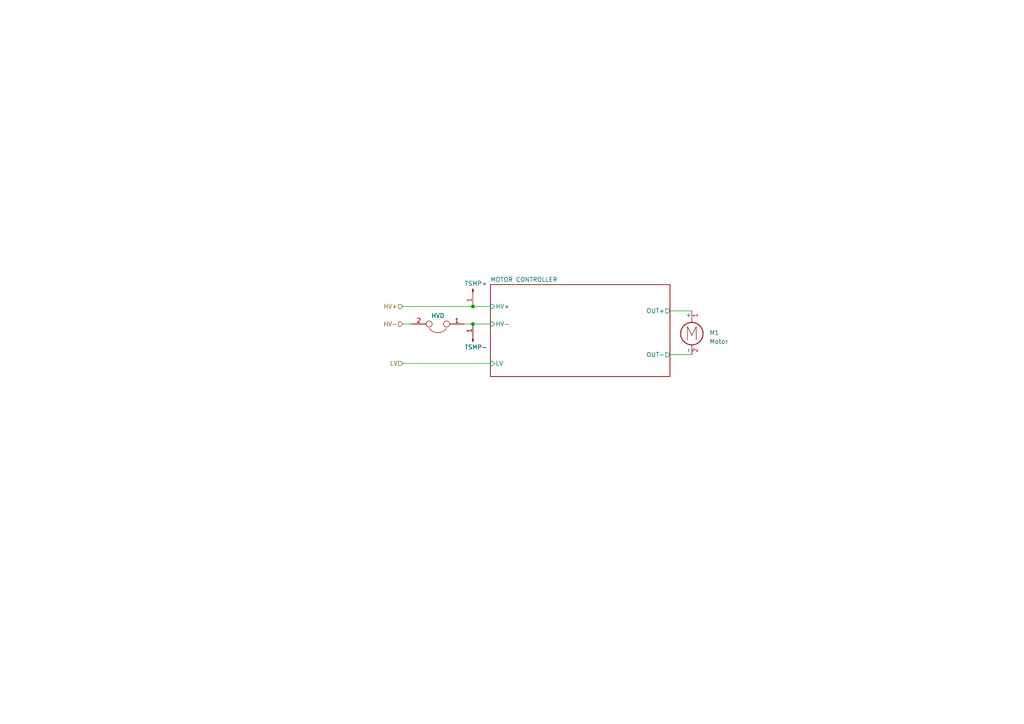
<source format=kicad_sch>
(kicad_sch (version 20211123) (generator eeschema)

  (uuid 78d1781c-7210-4fe2-9e9c-300dba97fae7)

  (paper "A4")

  (lib_symbols
    (symbol "Connector:Conn_01x01_Male" (pin_names (offset 1.016) hide) (in_bom yes) (on_board yes)
      (property "Reference" "J" (id 0) (at 0 2.54 0)
        (effects (font (size 1.27 1.27)))
      )
      (property "Value" "Conn_01x01_Male" (id 1) (at 0 -2.54 0)
        (effects (font (size 1.27 1.27)))
      )
      (property "Footprint" "" (id 2) (at 0 0 0)
        (effects (font (size 1.27 1.27)) hide)
      )
      (property "Datasheet" "~" (id 3) (at 0 0 0)
        (effects (font (size 1.27 1.27)) hide)
      )
      (property "ki_keywords" "connector" (id 4) (at 0 0 0)
        (effects (font (size 1.27 1.27)) hide)
      )
      (property "ki_description" "Generic connector, single row, 01x01, script generated (kicad-library-utils/schlib/autogen/connector/)" (id 5) (at 0 0 0)
        (effects (font (size 1.27 1.27)) hide)
      )
      (property "ki_fp_filters" "Connector*:*" (id 6) (at 0 0 0)
        (effects (font (size 1.27 1.27)) hide)
      )
      (symbol "Conn_01x01_Male_1_1"
        (polyline
          (pts
            (xy 1.27 0)
            (xy 0.8636 0)
          )
          (stroke (width 0.1524) (type default) (color 0 0 0 0))
          (fill (type none))
        )
        (rectangle (start 0.8636 0.127) (end 0 -0.127)
          (stroke (width 0.1524) (type default) (color 0 0 0 0))
          (fill (type outline))
        )
        (pin passive line (at 5.08 0 180) (length 3.81)
          (name "Pin_1" (effects (font (size 1.27 1.27))))
          (number "1" (effects (font (size 1.27 1.27))))
        )
      )
    )
    (symbol "Device:Jumper" (pin_names (offset 0.762) hide) (in_bom yes) (on_board yes)
      (property "Reference" "JP" (id 0) (at 0 3.81 0)
        (effects (font (size 1.27 1.27)))
      )
      (property "Value" "Device_Jumper" (id 1) (at 0 -2.032 0)
        (effects (font (size 1.27 1.27)))
      )
      (property "Footprint" "" (id 2) (at 0 0 0)
        (effects (font (size 1.27 1.27)) hide)
      )
      (property "Datasheet" "" (id 3) (at 0 0 0)
        (effects (font (size 1.27 1.27)) hide)
      )
      (property "ki_fp_filters" "SolderJumper* Jumper* TestPoint*2Pads* TestPoint*Bridge*" (id 4) (at 0 0 0)
        (effects (font (size 1.27 1.27)) hide)
      )
      (symbol "Jumper_0_1"
        (circle (center -2.54 0) (radius 0.889)
          (stroke (width 0) (type default) (color 0 0 0 0))
          (fill (type none))
        )
        (arc (start 2.5146 1.27) (mid 0.0127 2.5097) (end -2.4892 1.27)
          (stroke (width 0) (type default) (color 0 0 0 0))
          (fill (type none))
        )
        (circle (center 2.54 0) (radius 0.889)
          (stroke (width 0) (type default) (color 0 0 0 0))
          (fill (type none))
        )
        (pin passive line (at -7.62 0 0) (length 4.191)
          (name "1" (effects (font (size 1.27 1.27))))
          (number "1" (effects (font (size 1.27 1.27))))
        )
        (pin passive line (at 7.62 0 180) (length 4.191)
          (name "2" (effects (font (size 1.27 1.27))))
          (number "2" (effects (font (size 1.27 1.27))))
        )
      )
    )
    (symbol "Motor:Motor_DC" (pin_names (offset 0)) (in_bom yes) (on_board yes)
      (property "Reference" "M" (id 0) (at 2.54 2.54 0)
        (effects (font (size 1.27 1.27)) (justify left))
      )
      (property "Value" "Motor_DC" (id 1) (at 2.54 -5.08 0)
        (effects (font (size 1.27 1.27)) (justify left top))
      )
      (property "Footprint" "" (id 2) (at 0 -2.286 0)
        (effects (font (size 1.27 1.27)) hide)
      )
      (property "Datasheet" "~" (id 3) (at 0 -2.286 0)
        (effects (font (size 1.27 1.27)) hide)
      )
      (property "ki_keywords" "DC Motor" (id 4) (at 0 0 0)
        (effects (font (size 1.27 1.27)) hide)
      )
      (property "ki_description" "DC Motor" (id 5) (at 0 0 0)
        (effects (font (size 1.27 1.27)) hide)
      )
      (property "ki_fp_filters" "PinHeader*P2.54mm* TerminalBlock*" (id 6) (at 0 0 0)
        (effects (font (size 1.27 1.27)) hide)
      )
      (symbol "Motor_DC_0_0"
        (polyline
          (pts
            (xy -1.27 -3.302)
            (xy -1.27 0.508)
            (xy 0 -2.032)
            (xy 1.27 0.508)
            (xy 1.27 -3.302)
          )
          (stroke (width 0) (type default) (color 0 0 0 0))
          (fill (type none))
        )
      )
      (symbol "Motor_DC_0_1"
        (circle (center 0 -1.524) (radius 3.2512)
          (stroke (width 0.254) (type default) (color 0 0 0 0))
          (fill (type none))
        )
        (polyline
          (pts
            (xy 0 -7.62)
            (xy 0 -7.112)
          )
          (stroke (width 0) (type default) (color 0 0 0 0))
          (fill (type none))
        )
        (polyline
          (pts
            (xy 0 -4.7752)
            (xy 0 -5.1816)
          )
          (stroke (width 0) (type default) (color 0 0 0 0))
          (fill (type none))
        )
        (polyline
          (pts
            (xy 0 1.7272)
            (xy 0 2.0828)
          )
          (stroke (width 0) (type default) (color 0 0 0 0))
          (fill (type none))
        )
        (polyline
          (pts
            (xy 0 2.032)
            (xy 0 2.54)
          )
          (stroke (width 0) (type default) (color 0 0 0 0))
          (fill (type none))
        )
      )
      (symbol "Motor_DC_1_1"
        (pin passive line (at 0 5.08 270) (length 2.54)
          (name "+" (effects (font (size 1.27 1.27))))
          (number "1" (effects (font (size 1.27 1.27))))
        )
        (pin passive line (at 0 -7.62 90) (length 2.54)
          (name "-" (effects (font (size 1.27 1.27))))
          (number "2" (effects (font (size 1.27 1.27))))
        )
      )
    )
  )

  (junction (at 137.16 88.9) (diameter 0) (color 0 0 0 0)
    (uuid 4d93f133-5c74-45a1-9542-39f5cf675cbf)
  )
  (junction (at 137.16 93.98) (diameter 0) (color 0 0 0 0)
    (uuid a721a356-942b-41f8-8a3d-2993ce9444e3)
  )

  (wire (pts (xy 137.16 88.9) (xy 142.24 88.9))
    (stroke (width 0) (type default) (color 0 0 0 0))
    (uuid 56987eb0-667a-4b6a-b447-e745784aaeb7)
  )
  (wire (pts (xy 116.84 105.41) (xy 142.24 105.41))
    (stroke (width 0) (type default) (color 0 0 0 0))
    (uuid 717c5111-e130-4b4a-b1eb-9b627e52a7ea)
  )
  (wire (pts (xy 137.16 93.98) (xy 142.24 93.98))
    (stroke (width 0) (type default) (color 0 0 0 0))
    (uuid 7d4818a7-9612-4fc9-8253-9ffa90ab854e)
  )
  (wire (pts (xy 194.31 90.17) (xy 200.66 90.17))
    (stroke (width 0) (type default) (color 0 0 0 0))
    (uuid 9469fde5-bf2a-4a3c-b42a-e2aa8ea61d92)
  )
  (wire (pts (xy 134.62 93.98) (xy 137.16 93.98))
    (stroke (width 0) (type default) (color 0 0 0 0))
    (uuid 99a2a51f-cd8b-4abe-b2f8-87f2880dfcbc)
  )
  (wire (pts (xy 116.84 93.98) (xy 119.38 93.98))
    (stroke (width 0) (type default) (color 0 0 0 0))
    (uuid a3d0fc18-023e-49dc-bb9d-926e41b6c6fc)
  )
  (wire (pts (xy 194.31 102.87) (xy 200.66 102.87))
    (stroke (width 0) (type default) (color 0 0 0 0))
    (uuid bf61c71c-5d11-426f-9bfe-352d7e3ac98a)
  )
  (wire (pts (xy 116.84 88.9) (xy 137.16 88.9))
    (stroke (width 0) (type default) (color 0 0 0 0))
    (uuid e4073d11-be5a-42a5-a96f-d2baa250e075)
  )

  (hierarchical_label "LV" (shape input) (at 116.84 105.41 180)
    (effects (font (size 1.27 1.27)) (justify right))
    (uuid 2f1fa168-083f-443a-afa1-14525c089e58)
  )
  (hierarchical_label "HV-" (shape input) (at 116.84 93.98 180)
    (effects (font (size 1.27 1.27)) (justify right))
    (uuid 95fde0c2-4b96-45b5-8f04-2ccad9ae0ea0)
  )
  (hierarchical_label "HV+" (shape input) (at 116.84 88.9 180)
    (effects (font (size 1.27 1.27)) (justify right))
    (uuid d2701858-0315-4801-b48b-d148695072d7)
  )

  (symbol (lib_id "Device:Jumper") (at 127 93.98 180) (unit 1)
    (in_bom yes) (on_board yes)
    (uuid 6b77f087-1969-4abe-886d-00a6c4e49cad)
    (property "Reference" "JP?" (id 0) (at 127 88.265 0)
      (effects (font (size 1.27 1.27)) hide)
    )
    (property "Value" "HVD" (id 1) (at 127 91.567 0))
    (property "Footprint" "" (id 2) (at 127 93.98 0)
      (effects (font (size 1.27 1.27)) hide)
    )
    (property "Datasheet" "~" (id 3) (at 127 93.98 0)
      (effects (font (size 1.27 1.27)) hide)
    )
    (pin "1" (uuid 9efe2bdd-2885-459d-bb9b-ab014799d489))
    (pin "2" (uuid a9c5832a-3826-47b3-b7d1-8fb611d53ec6))
  )

  (symbol (lib_id "Connector:Conn_01x01_Male") (at 137.16 83.82 270) (unit 1)
    (in_bom yes) (on_board yes)
    (uuid 8314ec51-ceca-4609-aa14-263e32bc5f0f)
    (property "Reference" "Jw?" (id 0) (at 138.43 83.1849 90)
      (effects (font (size 1.27 1.27)) (justify left) hide)
    )
    (property "Value" "TSMP+" (id 1) (at 134.71 82.24 90)
      (effects (font (size 1.27 1.27)) (justify left))
    )
    (property "Footprint" "" (id 2) (at 137.16 83.82 0)
      (effects (font (size 1.27 1.27)) hide)
    )
    (property "Datasheet" "~" (id 3) (at 137.16 83.82 0)
      (effects (font (size 1.27 1.27)) hide)
    )
    (pin "1" (uuid ff95f8e3-8167-447d-8b78-92eba9384049))
  )

  (symbol (lib_id "Connector:Conn_01x01_Male") (at 137.16 99.06 90) (unit 1)
    (in_bom yes) (on_board yes)
    (uuid b7304720-268d-4967-aaaa-fe8e1d370e28)
    (property "Reference" "J?" (id 0) (at 138.43 97.1549 90)
      (effects (font (size 1.27 1.27)) (justify right) hide)
    )
    (property "Value" "TSMP-" (id 1) (at 134.71 100.7 90)
      (effects (font (size 1.27 1.27)) (justify right))
    )
    (property "Footprint" "" (id 2) (at 137.16 99.06 0)
      (effects (font (size 1.27 1.27)) hide)
    )
    (property "Datasheet" "~" (id 3) (at 137.16 99.06 0)
      (effects (font (size 1.27 1.27)) hide)
    )
    (pin "1" (uuid 6d39a047-5281-478a-b509-2c42d793b0e7))
  )

  (symbol (lib_id "Motor:Motor_DC") (at 200.66 95.25 0) (unit 1)
    (in_bom yes) (on_board yes) (fields_autoplaced)
    (uuid c8cd685e-e460-41ac-9965-b92cbcee4575)
    (property "Reference" "M1" (id 0) (at 205.74 96.5199 0)
      (effects (font (size 1.27 1.27)) (justify left))
    )
    (property "Value" "Motor" (id 1) (at 205.74 99.0599 0)
      (effects (font (size 1.27 1.27)) (justify left))
    )
    (property "Footprint" "" (id 2) (at 200.66 97.536 0)
      (effects (font (size 1.27 1.27)) hide)
    )
    (property "Datasheet" "~" (id 3) (at 200.66 97.536 0)
      (effects (font (size 1.27 1.27)) hide)
    )
    (pin "1" (uuid 580d13b6-075a-433e-a53f-cd4f9efc75a4))
    (pin "2" (uuid 4fb198c0-cbd4-4b32-aa72-88c4d158b03b))
  )

  (sheet (at 142.24 82.55) (size 52.07 26.67) (fields_autoplaced)
    (stroke (width 0.1524) (type solid) (color 0 0 0 0))
    (fill (color 0 0 0 0.0000))
    (uuid 8aadce28-3445-44be-92e9-265bbe001642)
    (property "Sheet name" "MOTOR CONTROLLER" (id 0) (at 142.24 81.8384 0)
      (effects (font (size 1.27 1.27)) (justify left bottom))
    )
    (property "Sheet file" "MOTOR_CONTROLLER.kicad_sch" (id 1) (at 142.24 109.8046 0)
      (effects (font (size 1.27 1.27)) (justify left top) hide)
    )
    (pin "HV+" input (at 142.24 88.9 180)
      (effects (font (size 1.27 1.27)) (justify left))
      (uuid b0e426e3-d43e-48e9-a659-0a43b9f0fbb7)
    )
    (pin "HV-" input (at 142.24 93.98 180)
      (effects (font (size 1.27 1.27)) (justify left))
      (uuid 21b0b74b-9820-42de-b5c5-823dd46a227f)
    )
    (pin "LV" input (at 142.24 105.41 180)
      (effects (font (size 1.27 1.27)) (justify left))
      (uuid 6d4621e8-5f73-40d3-8129-1a0800d657a2)
    )
    (pin "OUT+" output (at 194.31 90.17 0)
      (effects (font (size 1.27 1.27)) (justify right))
      (uuid 0be8ee28-4070-492c-bd4b-955b90537a27)
    )
    (pin "OUT-" output (at 194.31 102.87 0)
      (effects (font (size 1.27 1.27)) (justify right))
      (uuid d9579001-e668-4ae6-92b0-77a531603a04)
    )
  )
)

</source>
